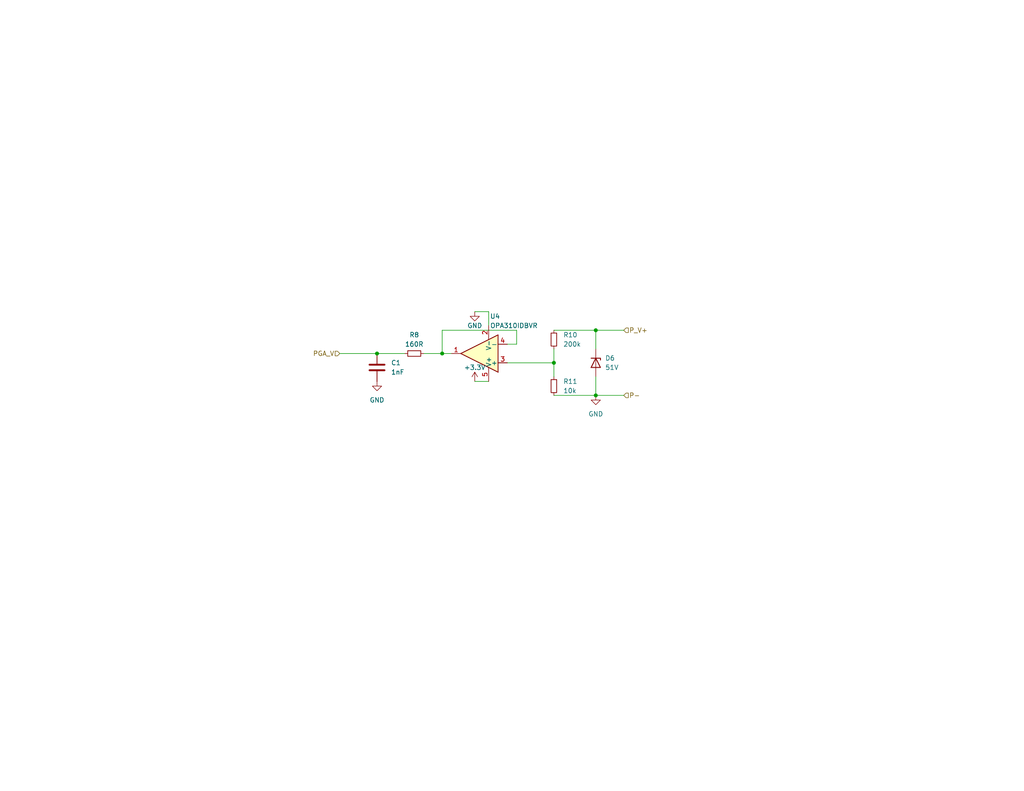
<source format=kicad_sch>
(kicad_sch (version 20230121) (generator eeschema)
  (paper "USLetter")
  (lib_symbols
    (symbol "Amplifier_Operational:OPA188xxDBV" (pin_names (offset 0.127))
      (property "Reference" "U" (at 0 5.08 0))
      (property "Value" "OPA188xxDBV" (at 0 -5.08 0))
      (symbol "OPA188xxDBV_0_1"
        (polyline (pts (xy -5.08 5.08) (xy 5.08 0) (xy -5.08 -5.08) (xy -5.08 5.08)) (stroke (width 0.254)) (fill (type background)))
        (pin power_in line (at -2.54 -7.62 90) (length 3.81) (name "V-") (number "2"))
        (pin power_in line (at -2.54 7.62 270) (length 3.81) (name "V+") (number "5"))
      )
      (symbol "OPA188xxDBV_1_1"
        (pin output line (at 7.62 0 180) (length 2.54) (name "~") (number "1"))
        (pin input line (at -7.62 2.54 0) (length 2.54) (name "+") (number "3"))
        (pin input line (at -7.62 -2.54 0) (length 2.54) (name "-") (number "4"))
      )
    )
    (symbol "Device:C" (pin_numbers hide) (pin_names (offset 0.254))
      (property "Reference" "C" (at 0.635 2.54 0))
      (property "Value" "C" (at 0.635 -2.54 0))
      (symbol "C_0_1"
        (polyline (pts (xy -2.032 -0.762) (xy 2.032 -0.762)) (stroke (width 0.508)))
        (polyline (pts (xy -2.032 0.762) (xy 2.032 0.762)) (stroke (width 0.508)))
      )
      (symbol "C_1_1"
        (pin passive line (at 0 3.81 270) (length 2.794) (name "~") (number "1"))
        (pin passive line (at 0 -3.81 90) (length 2.794) (name "~") (number "2"))
      )
    )
    (symbol "Device:D_Zener" (pin_numbers hide) (pin_names (offset 1.016) hide)
      (property "Reference" "D" (at 0 2.54 0))
      (property "Value" "D_Zener" (at 0 -2.54 0))
      (symbol "D_Zener_0_1"
        (polyline (pts (xy 1.27 0) (xy -1.27 0)))
        (polyline (pts (xy -1.27 -1.27) (xy -1.27 1.27) (xy -0.762 1.27)) (stroke (width 0.254)))
        (polyline (pts (xy 1.27 -1.27) (xy 1.27 1.27) (xy -1.27 0) (xy 1.27 -1.27)) (stroke (width 0.254)))
      )
      (symbol "D_Zener_1_1"
        (pin passive line (at -3.81 0 0) (length 2.54) (name "K") (number "1"))
        (pin passive line (at 3.81 0 180) (length 2.54) (name "A") (number "2"))
      )
    )
    (symbol "Device:R_Small" (pin_numbers hide) (pin_names (offset 0.254) hide)
      (property "Reference" "R" (at 0.762 0.508 0))
      (property "Value" "R_Small" (at 0.762 -1.016 0))
      (symbol "R_Small_0_1"
        (rectangle (start -0.762 1.778) (end 0.762 -1.778) (stroke (width 0.2032)))
      )
      (symbol "R_Small_1_1"
        (pin passive line (at 0 2.54 270) (length 0.762) (name "~") (number "1"))
        (pin passive line (at 0 -2.54 90) (length 0.762) (name "~") (number "2"))
      )
    )
    (symbol "power:+3.3V" (power) (pin_names (offset 0))
      (property "Value" "+3.3V" (at 0 3.556 0))
      (symbol "+3.3V_0_1"
        (polyline (pts (xy -0.762 1.27) (xy 0 2.54)))
        (polyline (pts (xy 0 0) (xy 0 2.54)))
        (polyline (pts (xy 0 2.54) (xy 0.762 1.27)))
      )
      (symbol "+3.3V_1_1"
        (pin power_in line (at 0 0 90) (length 0) hide (name "+3.3V") (number "1"))
      )
    )
    (symbol "power:GND" (power) (pin_names (offset 0))
      (property "Value" "GND" (at 0 -3.81 0))
      (symbol "GND_0_1"
        (polyline (pts (xy 0 0) (xy 0 -1.27) (xy 1.27 -1.27) (xy 0 -2.54) (xy -1.27 -1.27) (xy 0 -1.27)))
      )
      (symbol "GND_1_1"
        (pin power_in line (at 0 0 270) (length 0) hide (name "GND") (number "1"))
      )
    )
  )
  (junction (at 162.56 107.95))
  (junction (at 102.87 96.52))
  (junction (at 151.13 99.06))
  (junction (at 120.65 96.52))
  (junction (at 162.56 90.17))
  (wire (pts (xy 151.13 90.17) (xy 162.56 90.17)))
  (wire (pts (xy 102.87 96.52) (xy 110.49 96.52)))
  (wire (pts (xy 120.65 90.17) (xy 120.65 96.52)))
  (wire (pts (xy 151.13 95.25) (xy 151.13 99.06)))
  (wire (pts (xy 133.35 88.9) (xy 133.35 85.09)))
  (wire (pts (xy 140.97 93.98) (xy 140.97 90.17)))
  (wire (pts (xy 129.54 85.09) (xy 133.35 85.09)))
  (wire (pts (xy 151.13 107.95) (xy 162.56 107.95)))
  (wire (pts (xy 151.13 99.06) (xy 151.13 102.87)))
  (wire (pts (xy 138.43 93.98) (xy 140.97 93.98)))
  (wire (pts (xy 92.71 96.52) (xy 102.87 96.52)))
  (wire (pts (xy 162.56 90.17) (xy 162.56 95.25)))
  (wire (pts (xy 162.56 90.17) (xy 170.18 90.17)))
  (wire (pts (xy 162.56 107.95) (xy 170.18 107.95)))
  (wire (pts (xy 138.43 99.06) (xy 151.13 99.06)))
  (wire (pts (xy 140.97 90.17) (xy 120.65 90.17)))
  (wire (pts (xy 120.65 96.52) (xy 123.19 96.52)))
  (wire (pts (xy 115.57 96.52) (xy 120.65 96.52)))
  (wire (pts (xy 162.56 102.87) (xy 162.56 107.95)))
  (wire (pts (xy 129.54 104.14) (xy 133.35 104.14)))
  (hierarchical_label "PGA_V" (shape input) (at 92.71 96.52 180))
  (hierarchical_label "P_V+" (shape input) (at 170.18 90.17 0))
  (hierarchical_label "P-" (shape input) (at 170.18 107.95 0))
  (symbol (lib_id "Device:D_Zener") (at 162.56 99.06 270) (unit 1)
    (property "Reference" "D6" (at 165.1 97.79 90) (effects (justify left)))
    (property "Value" "51V" (at 165.1 100.33 90) (effects (justify left)))
  )
  (symbol (lib_id "Device:R_Small") (at 151.13 105.41 0) (unit 1)
    (property "Reference" "R11" (at 153.67 104.14 0) (effects (justify left)))
    (property "Value" "10k" (at 153.67 106.68 0) (effects (justify left)))
  )
  (symbol (lib_id "power:GND") (at 129.54 85.09 0) (unit 1)
    (property "Reference" "#PWR012" (effects hide))
    (property "Value" "GND" (at 129.54 88.9 0))
  )
  (symbol (lib_id "power:GND") (at 162.56 107.95 0) (unit 1)
    (property "Reference" "#PWR032" (effects hide))
    (property "Value" "GND" (at 162.56 113.03 0))
  )
  (symbol (lib_id "power:GND") (at 102.87 104.14 0) (unit 1)
    (property "Reference" "#PWR014" (effects hide))
    (property "Value" "GND" (at 102.87 109.22 0))
  )
  (symbol (lib_id "Device:C") (at 102.87 100.33 0) (unit 1)
    (property "Reference" "C1" (at 106.68 99.06 0) (effects (justify left)))
    (property "Value" "1nF" (at 106.68 101.6 0) (effects (justify left)))
    (property "Footprint" "Capacitor_SMD:C_0603_1608Metric" (effects hide))
  )
  (symbol (lib_id "Device:R_Small") (at 151.13 92.71 0) (unit 1)
    (property "Reference" "R10" (at 153.67 91.44 0) (effects (justify left)))
    (property "Value" "200k" (at 153.67 93.98 0) (effects (justify left)))
  )
  (symbol (lib_id "power:+3.3V") (at 129.54 104.14 0) (unit 1)
    (property "Reference" "#PWR013" (effects hide))
    (property "Value" "+3.3V" (at 129.54 100.33 0))
  )
  (symbol (lib_id "Amplifier_Operational:OPA188xxDBV") (at 130.81 96.52 180) (unit 1)
    (property "Reference" "U4" (at 133.6959 86.36 0) (effects (justify right)))
    (property "Value" "OPA310IDBVR" (at 133.6959 88.9 0) (effects (justify right)))
    (property "Footprint" "lab02_components:OPA310IDBVR" (effects hide))
    (property "Datasheet" "https://www.ti.com/lit/ds/symlink/opa310.pdf" (effects hide))
    (property "Digikey PN" "296-OPA310IDBVRCT-ND" (effects hide))
    (property "MPN" "OPA310IDBVR" (effects hide))
  )
  (symbol (lib_id "Device:R_Small") (at 113.03 96.52 90) (unit 1)
    (property "Reference" "R8" (at 113.03 91.44 90))
    (property "Value" "160R" (at 113.03 93.98 90))
  )
)
</source>
